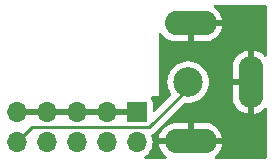
<source format=gbr>
%TF.GenerationSoftware,KiCad,Pcbnew,7.0.7*%
%TF.CreationDate,2023-09-15T23:53:17-05:00*%
%TF.ProjectId,composite-video-adapter,636f6d70-6f73-4697-9465-2d766964656f,rev?*%
%TF.SameCoordinates,Original*%
%TF.FileFunction,Copper,L2,Bot*%
%TF.FilePolarity,Positive*%
%FSLAX46Y46*%
G04 Gerber Fmt 4.6, Leading zero omitted, Abs format (unit mm)*
G04 Created by KiCad (PCBNEW 7.0.7) date 2023-09-15 23:53:17*
%MOMM*%
%LPD*%
G01*
G04 APERTURE LIST*
%TA.AperFunction,ComponentPad*%
%ADD10C,2.500000*%
%TD*%
%TA.AperFunction,ComponentPad*%
%ADD11O,4.400000X2.100000*%
%TD*%
%TA.AperFunction,ComponentPad*%
%ADD12O,2.100000X4.400000*%
%TD*%
%TA.AperFunction,ComponentPad*%
%ADD13R,1.700000X1.700000*%
%TD*%
%TA.AperFunction,ComponentPad*%
%ADD14O,1.700000X1.700000*%
%TD*%
%TA.AperFunction,Conductor*%
%ADD15C,0.250000*%
%TD*%
G04 APERTURE END LIST*
D10*
%TO.P,J2,1,In*%
%TO.N,Net-(J1-Pin_10)*%
X145697600Y-99190800D03*
D11*
%TO.P,J2,2,Ext*%
%TO.N,GND*%
X145897600Y-104190800D03*
D12*
X150997600Y-99190800D03*
D11*
X145897600Y-94190800D03*
%TD*%
D13*
%TO.P,J1,1,Pin_1*%
%TO.N,GND*%
X141325600Y-101752400D03*
D14*
%TO.P,J1,2,Pin_2*%
%TO.N,unconnected-(J1-Pin_2-Pad2)*%
X141325600Y-104292400D03*
%TO.P,J1,3,Pin_3*%
%TO.N,GND*%
X138785600Y-101752400D03*
%TO.P,J1,4,Pin_4*%
%TO.N,unconnected-(J1-Pin_4-Pad4)*%
X138785600Y-104292400D03*
%TO.P,J1,5,Pin_5*%
%TO.N,GND*%
X136245600Y-101752400D03*
%TO.P,J1,6,Pin_6*%
%TO.N,unconnected-(J1-Pin_6-Pad6)*%
X136245600Y-104292400D03*
%TO.P,J1,7,Pin_7*%
%TO.N,GND*%
X133705600Y-101752400D03*
%TO.P,J1,8,Pin_8*%
%TO.N,unconnected-(J1-Pin_8-Pad8)*%
X133705600Y-104292400D03*
%TO.P,J1,9,Pin_9*%
%TO.N,GND*%
X131165600Y-101752400D03*
%TO.P,J1,10,Pin_10*%
%TO.N,Net-(J1-Pin_10)*%
X131165600Y-104292400D03*
%TD*%
D15*
%TO.N,Net-(J1-Pin_10)*%
X145697600Y-99730400D02*
X145697600Y-99190800D01*
X142405600Y-103022400D02*
X145697600Y-99730400D01*
X132435600Y-103022400D02*
X142405600Y-103022400D01*
X131165600Y-104292400D02*
X132435600Y-103022400D01*
%TD*%
%TA.AperFunction,Conductor*%
%TO.N,GND*%
G36*
X152291739Y-92679385D02*
G01*
X152337494Y-92732189D01*
X152348700Y-92783700D01*
X152348700Y-96901488D01*
X152329015Y-96968527D01*
X152276211Y-97014282D01*
X152207053Y-97024226D01*
X152143497Y-96995201D01*
X152131885Y-96983715D01*
X152074818Y-96919300D01*
X151880964Y-96761025D01*
X151880958Y-96761021D01*
X151664236Y-96635896D01*
X151430249Y-96547156D01*
X151430237Y-96547152D01*
X151247600Y-96509866D01*
X151247600Y-97423843D01*
X151227915Y-97490882D01*
X151175111Y-97536637D01*
X151115138Y-97547554D01*
X150959716Y-97536923D01*
X150959715Y-97536923D01*
X150959714Y-97536923D01*
X150896828Y-97549991D01*
X150827186Y-97544357D01*
X150771645Y-97501966D01*
X150747839Y-97436277D01*
X150747600Y-97428584D01*
X150747600Y-96509770D01*
X150686547Y-96517184D01*
X150446179Y-96586808D01*
X150446176Y-96586809D01*
X150220078Y-96694093D01*
X150014119Y-96836256D01*
X150014118Y-96836257D01*
X149833633Y-97009617D01*
X149683291Y-97209685D01*
X149566994Y-97431269D01*
X149487742Y-97668659D01*
X149447600Y-97915668D01*
X149447600Y-98940800D01*
X150323600Y-98940800D01*
X150390639Y-98960485D01*
X150436394Y-99013289D01*
X150447600Y-99064800D01*
X150447600Y-99316800D01*
X150427915Y-99383839D01*
X150375111Y-99429594D01*
X150323600Y-99440800D01*
X149447600Y-99440800D01*
X149447600Y-100403271D01*
X149462693Y-100590245D01*
X149522584Y-100833229D01*
X149620677Y-101063461D01*
X149754435Y-101274984D01*
X149920381Y-101462299D01*
X150114235Y-101620574D01*
X150114241Y-101620578D01*
X150330963Y-101745703D01*
X150564962Y-101834447D01*
X150747600Y-101871732D01*
X150747600Y-100957756D01*
X150767285Y-100890717D01*
X150820089Y-100844962D01*
X150880063Y-100834045D01*
X150884645Y-100834358D01*
X150884647Y-100834359D01*
X151035486Y-100844677D01*
X151098371Y-100831609D01*
X151168013Y-100837242D01*
X151223554Y-100879632D01*
X151247361Y-100945320D01*
X151247600Y-100953015D01*
X151247600Y-101871828D01*
X151308645Y-101864417D01*
X151308652Y-101864416D01*
X151549023Y-101794790D01*
X151775121Y-101687506D01*
X151981080Y-101545343D01*
X151981081Y-101545342D01*
X152138802Y-101393849D01*
X152200787Y-101361606D01*
X152270364Y-101367992D01*
X152325443Y-101410981D01*
X152348537Y-101476924D01*
X152348700Y-101483278D01*
X152348700Y-105539500D01*
X152329015Y-105606539D01*
X152276211Y-105652294D01*
X152224700Y-105663500D01*
X148046902Y-105663500D01*
X147979863Y-105643815D01*
X147934108Y-105591011D01*
X147924164Y-105521853D01*
X147953189Y-105458297D01*
X147977863Y-105437073D01*
X147977786Y-105436970D01*
X147979355Y-105435790D01*
X147980627Y-105434697D01*
X147981783Y-105433965D01*
X148169099Y-105268018D01*
X148327374Y-105074164D01*
X148327378Y-105074158D01*
X148452503Y-104857436D01*
X148541247Y-104623437D01*
X148578533Y-104440800D01*
X147664556Y-104440800D01*
X147597517Y-104421115D01*
X147551762Y-104368311D01*
X147540845Y-104308337D01*
X147541159Y-104303753D01*
X147551477Y-104152914D01*
X147538409Y-104090027D01*
X147544043Y-104020386D01*
X147586434Y-103964845D01*
X147652123Y-103941039D01*
X147659816Y-103940800D01*
X148578630Y-103940800D01*
X148571215Y-103879747D01*
X148501591Y-103639379D01*
X148501590Y-103639376D01*
X148394306Y-103413278D01*
X148252143Y-103207319D01*
X148252142Y-103207318D01*
X148078782Y-103026833D01*
X147878714Y-102876491D01*
X147657130Y-102760194D01*
X147419740Y-102680942D01*
X147172732Y-102640800D01*
X146147600Y-102640800D01*
X146147600Y-103516800D01*
X146127915Y-103583839D01*
X146075111Y-103629594D01*
X146023600Y-103640800D01*
X145771600Y-103640800D01*
X145704561Y-103621115D01*
X145658806Y-103568311D01*
X145647600Y-103516800D01*
X145647600Y-102640800D01*
X144685129Y-102640800D01*
X144498154Y-102655893D01*
X144255170Y-102715784D01*
X144024938Y-102813877D01*
X143813415Y-102947635D01*
X143626100Y-103113581D01*
X143467825Y-103307435D01*
X143467821Y-103307441D01*
X143342696Y-103524163D01*
X143253952Y-103758162D01*
X143216666Y-103940800D01*
X144130644Y-103940800D01*
X144197683Y-103960485D01*
X144243438Y-104013289D01*
X144254355Y-104073263D01*
X144254041Y-104077845D01*
X144254041Y-104077847D01*
X144243723Y-104228686D01*
X144256791Y-104291572D01*
X144251157Y-104361214D01*
X144208766Y-104416755D01*
X144143077Y-104440561D01*
X144135384Y-104440800D01*
X143216570Y-104440800D01*
X143223984Y-104501852D01*
X143293608Y-104742220D01*
X143293609Y-104742223D01*
X143400893Y-104968321D01*
X143543056Y-105174280D01*
X143543057Y-105174281D01*
X143716417Y-105354766D01*
X143830333Y-105440369D01*
X143872102Y-105496379D01*
X143876959Y-105566080D01*
X143843362Y-105627342D01*
X143781977Y-105660714D01*
X143755841Y-105663500D01*
X142115270Y-105663500D01*
X142048231Y-105643815D01*
X142002476Y-105591011D01*
X141992532Y-105521853D01*
X142021557Y-105458297D01*
X142044146Y-105437925D01*
X142045510Y-105436970D01*
X142197001Y-105330895D01*
X142364095Y-105163801D01*
X142499635Y-104970230D01*
X142599503Y-104756063D01*
X142660663Y-104527808D01*
X142681259Y-104292400D01*
X142660663Y-104056992D01*
X142599503Y-103828737D01*
X142573865Y-103773758D01*
X142563374Y-103704682D01*
X142591894Y-103640897D01*
X142650370Y-103602658D01*
X142651656Y-103602277D01*
X142655990Y-103601018D01*
X142673229Y-103590822D01*
X142690703Y-103582262D01*
X142709327Y-103574888D01*
X142709327Y-103574887D01*
X142709332Y-103574886D01*
X142747049Y-103547482D01*
X142751905Y-103544292D01*
X142792020Y-103520570D01*
X142806189Y-103506399D01*
X142820979Y-103493768D01*
X142837187Y-103481994D01*
X142866899Y-103446076D01*
X142870812Y-103441776D01*
X145352586Y-100960003D01*
X145413907Y-100926520D01*
X145458747Y-100925071D01*
X145526737Y-100935319D01*
X145566418Y-100941300D01*
X145828782Y-100941300D01*
X146088215Y-100902196D01*
X146338923Y-100824863D01*
X146568522Y-100714294D01*
X146575296Y-100711032D01*
X146575296Y-100711031D01*
X146575304Y-100711028D01*
X146792079Y-100563233D01*
X146945969Y-100420444D01*
X146984401Y-100384785D01*
X146984401Y-100384783D01*
X146984405Y-100384781D01*
X147147986Y-100179657D01*
X147279168Y-99952443D01*
X147375020Y-99708216D01*
X147433402Y-99452430D01*
X147434274Y-99440800D01*
X147453008Y-99190804D01*
X147453008Y-99190795D01*
X147433403Y-98929179D01*
X147433402Y-98929174D01*
X147433402Y-98929170D01*
X147375020Y-98673384D01*
X147279168Y-98429157D01*
X147147986Y-98201943D01*
X146984405Y-97996819D01*
X146984404Y-97996818D01*
X146984401Y-97996814D01*
X146792079Y-97818367D01*
X146677778Y-97740438D01*
X146575304Y-97670572D01*
X146575300Y-97670570D01*
X146575297Y-97670568D01*
X146575296Y-97670567D01*
X146338925Y-97556738D01*
X146338927Y-97556738D01*
X146088223Y-97479406D01*
X146088219Y-97479405D01*
X146088215Y-97479404D01*
X145963423Y-97460594D01*
X145828787Y-97440300D01*
X145828782Y-97440300D01*
X145566418Y-97440300D01*
X145566412Y-97440300D01*
X145404847Y-97464653D01*
X145306985Y-97479404D01*
X145306981Y-97479405D01*
X145306982Y-97479405D01*
X145306976Y-97479406D01*
X145056273Y-97556738D01*
X144819903Y-97670567D01*
X144819902Y-97670568D01*
X144603120Y-97818367D01*
X144410798Y-97996814D01*
X144247214Y-98201943D01*
X144116032Y-98429156D01*
X144020182Y-98673378D01*
X144020176Y-98673397D01*
X143961797Y-98929174D01*
X143961796Y-98929179D01*
X143942192Y-99190795D01*
X143942192Y-99190804D01*
X143961796Y-99452420D01*
X143961797Y-99452425D01*
X144020176Y-99708202D01*
X144020182Y-99708221D01*
X144116032Y-99952443D01*
X144242295Y-100171137D01*
X144258768Y-100239037D01*
X144235915Y-100305064D01*
X144222589Y-100320818D01*
X142887281Y-101656126D01*
X142825958Y-101689611D01*
X142756266Y-101684627D01*
X142700333Y-101642755D01*
X142675916Y-101577291D01*
X142675600Y-101568445D01*
X142675600Y-100854572D01*
X142675599Y-100854555D01*
X142669198Y-100795027D01*
X142669196Y-100795020D01*
X142618954Y-100660313D01*
X142618952Y-100660310D01*
X142558541Y-100579612D01*
X142534123Y-100514148D01*
X142548974Y-100445875D01*
X142598379Y-100396469D01*
X142657807Y-100381300D01*
X143180440Y-100381300D01*
X143180583Y-100381328D01*
X143180584Y-100381324D01*
X143205197Y-100381339D01*
X143205200Y-100381341D01*
X143205583Y-100381183D01*
X143205700Y-100380899D01*
X143205741Y-100380800D01*
X143205740Y-100380797D01*
X143205783Y-100356689D01*
X143205700Y-100356267D01*
X143205700Y-95083465D01*
X143225385Y-95016426D01*
X143278189Y-94970671D01*
X143347347Y-94960727D01*
X143410903Y-94989752D01*
X143431750Y-95013025D01*
X143543056Y-95174280D01*
X143543057Y-95174281D01*
X143716417Y-95354766D01*
X143916485Y-95505108D01*
X144138069Y-95621405D01*
X144375459Y-95700657D01*
X144622468Y-95740800D01*
X145647600Y-95740800D01*
X145647600Y-94864800D01*
X145667285Y-94797761D01*
X145720089Y-94752006D01*
X145771600Y-94740800D01*
X146023600Y-94740800D01*
X146090639Y-94760485D01*
X146136394Y-94813289D01*
X146147600Y-94864800D01*
X146147600Y-95740800D01*
X147110071Y-95740800D01*
X147297045Y-95725706D01*
X147540029Y-95665815D01*
X147770261Y-95567722D01*
X147981784Y-95433964D01*
X148169099Y-95268018D01*
X148327374Y-95074164D01*
X148327378Y-95074158D01*
X148452503Y-94857436D01*
X148541247Y-94623437D01*
X148578533Y-94440800D01*
X147664556Y-94440800D01*
X147597517Y-94421115D01*
X147551762Y-94368311D01*
X147540845Y-94308337D01*
X147541159Y-94303753D01*
X147551477Y-94152914D01*
X147538409Y-94090027D01*
X147544043Y-94020386D01*
X147586434Y-93964845D01*
X147652123Y-93941039D01*
X147659816Y-93940800D01*
X148578630Y-93940800D01*
X148571215Y-93879747D01*
X148501591Y-93639379D01*
X148501590Y-93639376D01*
X148394306Y-93413278D01*
X148252143Y-93207319D01*
X148252142Y-93207318D01*
X148078782Y-93026833D01*
X147887151Y-92882831D01*
X147845382Y-92826821D01*
X147840525Y-92757120D01*
X147874122Y-92695858D01*
X147935507Y-92662486D01*
X147961643Y-92659700D01*
X152224700Y-92659700D01*
X152291739Y-92679385D01*
G37*
%TD.AperFunction*%
%TA.AperFunction,Conductor*%
G36*
X133159292Y-101522085D02*
G01*
X133205047Y-101574889D01*
X133214991Y-101644047D01*
X133211231Y-101661333D01*
X133205600Y-101680511D01*
X133205600Y-101824288D01*
X133211231Y-101843467D01*
X133211230Y-101913336D01*
X133173455Y-101972114D01*
X133109899Y-102001138D01*
X133092253Y-102002400D01*
X131778947Y-102002400D01*
X131711908Y-101982715D01*
X131666153Y-101929911D01*
X131656209Y-101860753D01*
X131659969Y-101843467D01*
X131665600Y-101824288D01*
X131665600Y-101680511D01*
X131659969Y-101661333D01*
X131659970Y-101591464D01*
X131697745Y-101532686D01*
X131761301Y-101503662D01*
X131778947Y-101502400D01*
X133092253Y-101502400D01*
X133159292Y-101522085D01*
G37*
%TD.AperFunction*%
%TA.AperFunction,Conductor*%
G36*
X135699292Y-101522085D02*
G01*
X135745047Y-101574889D01*
X135754991Y-101644047D01*
X135751231Y-101661333D01*
X135745600Y-101680511D01*
X135745600Y-101824288D01*
X135751231Y-101843467D01*
X135751230Y-101913336D01*
X135713455Y-101972114D01*
X135649899Y-102001138D01*
X135632253Y-102002400D01*
X134318947Y-102002400D01*
X134251908Y-101982715D01*
X134206153Y-101929911D01*
X134196209Y-101860753D01*
X134199969Y-101843467D01*
X134205600Y-101824288D01*
X134205600Y-101680511D01*
X134199969Y-101661333D01*
X134199970Y-101591464D01*
X134237745Y-101532686D01*
X134301301Y-101503662D01*
X134318947Y-101502400D01*
X135632253Y-101502400D01*
X135699292Y-101522085D01*
G37*
%TD.AperFunction*%
%TA.AperFunction,Conductor*%
G36*
X138239292Y-101522085D02*
G01*
X138285047Y-101574889D01*
X138294991Y-101644047D01*
X138291231Y-101661333D01*
X138285600Y-101680511D01*
X138285600Y-101824288D01*
X138291231Y-101843467D01*
X138291230Y-101913336D01*
X138253455Y-101972114D01*
X138189899Y-102001138D01*
X138172253Y-102002400D01*
X136858947Y-102002400D01*
X136791908Y-101982715D01*
X136746153Y-101929911D01*
X136736209Y-101860753D01*
X136739969Y-101843467D01*
X136745600Y-101824288D01*
X136745600Y-101680511D01*
X136739969Y-101661333D01*
X136739970Y-101591464D01*
X136777745Y-101532686D01*
X136841301Y-101503662D01*
X136858947Y-101502400D01*
X138172253Y-101502400D01*
X138239292Y-101522085D01*
G37*
%TD.AperFunction*%
%TA.AperFunction,Conductor*%
G36*
X140779292Y-101522085D02*
G01*
X140825047Y-101574889D01*
X140834991Y-101644047D01*
X140831231Y-101661333D01*
X140825600Y-101680511D01*
X140825600Y-101824288D01*
X140831231Y-101843467D01*
X140831230Y-101913336D01*
X140793455Y-101972114D01*
X140729899Y-102001138D01*
X140712253Y-102002400D01*
X139398947Y-102002400D01*
X139331908Y-101982715D01*
X139286153Y-101929911D01*
X139276209Y-101860753D01*
X139279969Y-101843467D01*
X139285600Y-101824288D01*
X139285600Y-101680511D01*
X139279969Y-101661333D01*
X139279970Y-101591464D01*
X139317745Y-101532686D01*
X139381301Y-101503662D01*
X139398947Y-101502400D01*
X140712253Y-101502400D01*
X140779292Y-101522085D01*
G37*
%TD.AperFunction*%
%TD*%
M02*

</source>
